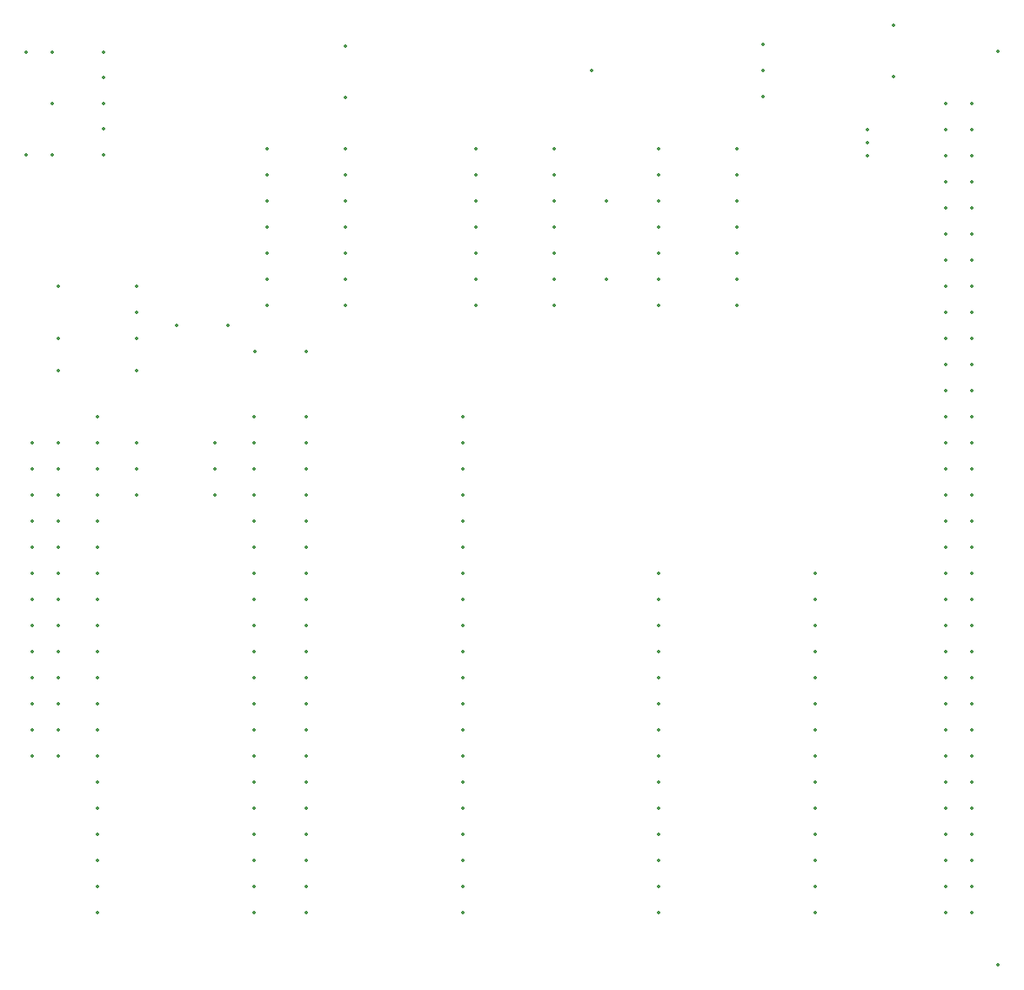
<source format=gbr>
%TF.GenerationSoftware,KiCad,Pcbnew,8.0.3+1*%
%TF.CreationDate,2024-07-17T07:58:33+02:00*%
%TF.ProjectId,QL_Qsound10x10,514c5f51-736f-4756-9e64-31307831302e,0.1b*%
%TF.SameCoordinates,Original*%
%TF.FileFunction,Legend,Bot*%
%TF.FilePolarity,Positive*%
%FSLAX46Y46*%
G04 Gerber Fmt 4.6, Leading zero omitted, Abs format (unit mm)*
G04 Created by KiCad (PCBNEW 8.0.3+1) date 2024-07-17 07:58:33*
%MOMM*%
%LPD*%
G01*
G04 APERTURE LIST*
%ADD10C,0.350000*%
G04 APERTURE END LIST*
D10*
X125730000Y-83820000D03*
X125730000Y-86360000D03*
X125730000Y-88900000D03*
X125730000Y-91440000D03*
X125730000Y-93980000D03*
X125730000Y-96520000D03*
X125730000Y-99060000D03*
X125730000Y-101600000D03*
X125730000Y-104140000D03*
X125730000Y-106680000D03*
X125730000Y-109220000D03*
X125730000Y-111760000D03*
X125730000Y-114300000D03*
X125730000Y-116840000D03*
X125730000Y-119380000D03*
X125730000Y-121920000D03*
X125730000Y-124460000D03*
X125730000Y-127000000D03*
X125730000Y-129540000D03*
X125730000Y-132080000D03*
X140970000Y-132080000D03*
X140970000Y-129540000D03*
X140970000Y-127000000D03*
X140970000Y-124460000D03*
X140970000Y-121920000D03*
X140970000Y-119380000D03*
X140970000Y-116840000D03*
X140970000Y-114300000D03*
X140970000Y-111760000D03*
X140970000Y-109220000D03*
X140970000Y-106680000D03*
X140970000Y-104140000D03*
X140970000Y-101600000D03*
X140970000Y-99060000D03*
X140970000Y-96520000D03*
X140970000Y-93980000D03*
X140970000Y-91440000D03*
X140970000Y-88900000D03*
X140970000Y-86360000D03*
X140970000Y-83820000D03*
X120690000Y-77470000D03*
X125690000Y-77470000D03*
X109220000Y-79375000D03*
X101600000Y-79375000D03*
X180340000Y-58420000D03*
X180340000Y-57150000D03*
X180340000Y-55880000D03*
X109220000Y-88900000D03*
X116840000Y-88900000D03*
X109220000Y-86360000D03*
X116840000Y-86360000D03*
X149860000Y-73025000D03*
X149860000Y-70485000D03*
X149860000Y-67945000D03*
X149860000Y-65405000D03*
X149860000Y-62865000D03*
X149860000Y-60325000D03*
X149860000Y-57785000D03*
X142240000Y-57785000D03*
X142240000Y-60325000D03*
X142240000Y-62865000D03*
X142240000Y-65405000D03*
X142240000Y-67945000D03*
X142240000Y-70485000D03*
X142240000Y-73025000D03*
X101605000Y-116840000D03*
X99065000Y-116840000D03*
X101605000Y-114300000D03*
X99065000Y-114300000D03*
X101605000Y-111760000D03*
X99065000Y-111760000D03*
X101605000Y-109220000D03*
X99065000Y-109220000D03*
X101605000Y-106680000D03*
X99065000Y-106680000D03*
X101605000Y-104140000D03*
X99065000Y-104140000D03*
X101605000Y-101600000D03*
X99065000Y-101600000D03*
X101605000Y-99060000D03*
X99065000Y-99060000D03*
X101605000Y-96520000D03*
X99065000Y-96520000D03*
X101605000Y-93980000D03*
X99065000Y-93980000D03*
X101605000Y-91440000D03*
X99065000Y-91440000D03*
X101605000Y-88900000D03*
X99065000Y-88900000D03*
X101605000Y-86360000D03*
X99065000Y-86360000D03*
X118070000Y-74930000D03*
X113070000Y-74930000D03*
X109220000Y-73660000D03*
X101600000Y-71120000D03*
X109220000Y-71120000D03*
X101600000Y-76200000D03*
X109220000Y-76200000D03*
X109220000Y-91440000D03*
X116840000Y-91440000D03*
X154940000Y-70485000D03*
X154940000Y-62865000D03*
X129540000Y-73025000D03*
X129540000Y-70485000D03*
X129540000Y-67945000D03*
X129540000Y-65405000D03*
X129540000Y-62865000D03*
X129540000Y-60325000D03*
X129540000Y-57785000D03*
X121920000Y-57785000D03*
X121920000Y-60325000D03*
X121920000Y-62865000D03*
X121920000Y-65405000D03*
X121920000Y-67945000D03*
X121920000Y-70485000D03*
X121920000Y-73025000D03*
X98465000Y-48340000D03*
X98465000Y-58340000D03*
X100965000Y-48340000D03*
X100965000Y-58340000D03*
X105965000Y-53340000D03*
X100965000Y-53340000D03*
X105965000Y-48340000D03*
X105965000Y-50840000D03*
X105965000Y-58340000D03*
X105965000Y-55840000D03*
X167640000Y-73025000D03*
X167640000Y-70485000D03*
X167640000Y-67945000D03*
X167640000Y-65405000D03*
X167640000Y-62865000D03*
X167640000Y-60325000D03*
X167640000Y-57785000D03*
X160020000Y-57785000D03*
X160020000Y-60325000D03*
X160020000Y-62865000D03*
X160020000Y-65405000D03*
X160020000Y-67945000D03*
X160020000Y-70485000D03*
X160020000Y-73025000D03*
X182880000Y-50760000D03*
X182880000Y-45760000D03*
X153520000Y-50165000D03*
X170180000Y-52705000D03*
X170180000Y-50165000D03*
X170180000Y-47625000D03*
X105410000Y-83820000D03*
X105410000Y-86360000D03*
X105410000Y-88900000D03*
X105410000Y-91440000D03*
X105410000Y-93980000D03*
X105410000Y-96520000D03*
X105410000Y-99060000D03*
X105410000Y-101600000D03*
X105410000Y-104140000D03*
X105410000Y-106680000D03*
X105410000Y-109220000D03*
X105410000Y-111760000D03*
X105410000Y-114300000D03*
X105410000Y-116840000D03*
X105410000Y-119380000D03*
X105410000Y-121920000D03*
X105410000Y-124460000D03*
X105410000Y-127000000D03*
X105410000Y-129540000D03*
X105410000Y-132080000D03*
X120650000Y-132080000D03*
X120650000Y-129540000D03*
X120650000Y-127000000D03*
X120650000Y-124460000D03*
X120650000Y-121920000D03*
X120650000Y-119380000D03*
X120650000Y-116840000D03*
X120650000Y-114300000D03*
X120650000Y-111760000D03*
X120650000Y-109220000D03*
X120650000Y-106680000D03*
X120650000Y-104140000D03*
X120650000Y-101600000D03*
X120650000Y-99060000D03*
X120650000Y-96520000D03*
X120650000Y-93980000D03*
X120650000Y-91440000D03*
X120650000Y-88900000D03*
X120650000Y-86360000D03*
X120650000Y-83820000D03*
X193040000Y-48260000D03*
X193040000Y-137160000D03*
X190500000Y-132080000D03*
X190500000Y-129540000D03*
X190500000Y-127000000D03*
X190500000Y-124460000D03*
X190500000Y-121920000D03*
X190500000Y-119380000D03*
X190500000Y-116840000D03*
X190500000Y-114300000D03*
X190500000Y-111760000D03*
X190500000Y-109220000D03*
X190500000Y-106680000D03*
X190500000Y-104140000D03*
X190500000Y-101600000D03*
X190500000Y-99060000D03*
X190500000Y-96520000D03*
X190500000Y-93980000D03*
X190500000Y-91440000D03*
X190500000Y-88900000D03*
X190500000Y-86360000D03*
X190500000Y-83820000D03*
X190500000Y-81280000D03*
X190500000Y-78740000D03*
X190500000Y-76200000D03*
X190500000Y-73660000D03*
X190500000Y-71120000D03*
X190500000Y-68580000D03*
X190500000Y-66040000D03*
X190500000Y-63500000D03*
X190500000Y-60960000D03*
X190500000Y-58420000D03*
X190500000Y-55880000D03*
X190500000Y-53340000D03*
X187960000Y-132080000D03*
X187960000Y-129540000D03*
X187960000Y-127000000D03*
X187960000Y-124460000D03*
X187960000Y-121920000D03*
X187960000Y-119380000D03*
X187960000Y-116840000D03*
X187960000Y-114300000D03*
X187960000Y-111760000D03*
X187960000Y-109220000D03*
X187960000Y-106680000D03*
X187960000Y-104140000D03*
X187960000Y-101600000D03*
X187960000Y-99060000D03*
X187960000Y-96520000D03*
X187960000Y-93980000D03*
X187960000Y-91440000D03*
X187960000Y-88900000D03*
X187960000Y-86360000D03*
X187960000Y-83820000D03*
X187960000Y-81280000D03*
X187960000Y-78740000D03*
X187960000Y-76200000D03*
X187960000Y-73660000D03*
X187960000Y-71120000D03*
X187960000Y-68580000D03*
X187960000Y-66040000D03*
X187960000Y-63500000D03*
X187960000Y-60960000D03*
X187960000Y-58420000D03*
X187960000Y-55880000D03*
X187960000Y-53340000D03*
X129540000Y-47762349D03*
X129540000Y-52762349D03*
X160020000Y-99060000D03*
X160020000Y-101600000D03*
X160020000Y-104140000D03*
X160020000Y-106680000D03*
X160020000Y-109220000D03*
X160020000Y-111760000D03*
X160020000Y-114300000D03*
X160020000Y-116840000D03*
X160020000Y-119380000D03*
X160020000Y-121920000D03*
X160020000Y-124460000D03*
X160020000Y-127000000D03*
X160020000Y-129540000D03*
X160020000Y-132080000D03*
X175260000Y-132080000D03*
X175260000Y-129540000D03*
X175260000Y-127000000D03*
X175260000Y-124460000D03*
X175260000Y-121920000D03*
X175260000Y-119380000D03*
X175260000Y-116840000D03*
X175260000Y-114300000D03*
X175260000Y-111760000D03*
X175260000Y-109220000D03*
X175260000Y-106680000D03*
X175260000Y-104140000D03*
X175260000Y-101600000D03*
X175260000Y-99060000D03*
M02*

</source>
